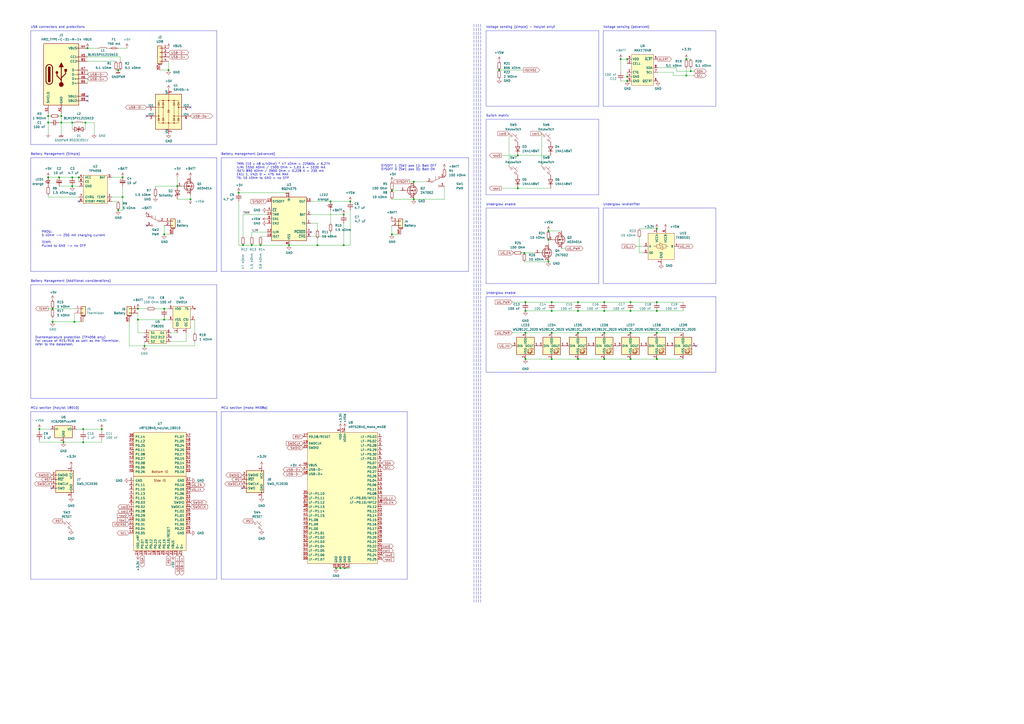
<source format=kicad_sch>
(kicad_sch (version 20211123) (generator eeschema)
  (paper "A2")
  (junction (at 35.56 67.31) (diameter 0.9144))
  (junction (at 68.58 121.92))
  (junction (at 80.01 179.07))
  (junction (at 41.91 71.12))
  (junction (at 194.945 329.565))
  (junction (at 43.18 186.69))
  (junction (at 381 175.26))
  (junction (at 140.97 142.24) (diameter 0.9144))
  (junction (at 381 132.715))
  (junction (at 167.64 142.24) (diameter 0.9144))
  (junction (at 27.94 71.12) (diameter 0.9144))
  (junction (at 365.76 175.26))
  (junction (at 203.2 116.84))
  (junction (at 350.52 208.28))
  (junction (at 304.165 146.685))
  (junction (at 400.685 41.275))
  (junction (at 97.79 40.64))
  (junction (at 197.485 329.565))
  (junction (at 363.855 44.45))
  (junction (at 34.29 102.87))
  (junction (at 36.83 256.54))
  (junction (at 80.01 185.42))
  (junction (at 335.28 193.04))
  (junction (at 304.8 208.28))
  (junction (at 41.91 102.87))
  (junction (at 102.87 107.95))
  (junction (at 27.94 67.31) (diameter 0.9144))
  (junction (at 318.135 139.065))
  (junction (at 350.52 175.26))
  (junction (at 360.045 34.29))
  (junction (at 95.25 135.89))
  (junction (at 320.04 180.34))
  (junction (at 35.56 71.12) (diameter 0.9144))
  (junction (at 199.39 142.24))
  (junction (at 191.77 116.84))
  (junction (at 227.33 110.49))
  (junction (at 95.25 185.42))
  (junction (at 151.13 142.24) (diameter 0.9144))
  (junction (at 83.82 200.66))
  (junction (at 320.04 208.28))
  (junction (at 320.04 175.26))
  (junction (at 71.12 102.87))
  (junction (at 50.8 27.94))
  (junction (at 240.03 115.57))
  (junction (at 30.48 186.69))
  (junction (at 146.05 142.24) (diameter 0.9144))
  (junction (at 398.145 34.29))
  (junction (at 335.28 208.28))
  (junction (at 45.72 102.87))
  (junction (at 48.26 256.54))
  (junction (at 30.48 179.07))
  (junction (at 184.15 142.24) (diameter 0.9144))
  (junction (at 95.25 179.07))
  (junction (at 350.52 180.34))
  (junction (at 381 208.28))
  (junction (at 363.855 46.99))
  (junction (at 289.56 40.64))
  (junction (at 240.03 105.41))
  (junction (at 27.94 102.87))
  (junction (at 335.28 175.26))
  (junction (at 365.76 208.28))
  (junction (at 300.355 90.17))
  (junction (at 365.76 180.34))
  (junction (at 48.26 248.92))
  (junction (at 68.58 40.64))
  (junction (at 49.53 71.12))
  (junction (at 227.33 135.89))
  (junction (at 22.86 248.92))
  (junction (at 300.355 109.22))
  (junction (at 138.43 111.76))
  (junction (at 59.055 248.92))
  (junction (at 71.12 114.3))
  (junction (at 350.52 193.04))
  (junction (at 398.145 43.815))
  (junction (at 41.91 107.95))
  (junction (at 381 180.34))
  (junction (at 304.8 193.04))
  (junction (at 199.39 124.46) (diameter 0.9144))
  (junction (at 335.28 180.34))
  (junction (at 304.8 175.26))
  (junction (at 304.8 180.34))
  (junction (at 318.135 133.985))
  (junction (at 381 193.04))
  (junction (at 110.49 115.57))
  (junction (at 363.855 34.29))
  (junction (at 318.135 151.765))
  (junction (at 365.76 193.04))
  (junction (at 200.025 329.565))
  (junction (at 320.04 193.04))
  (no_connect (at 85.09 130.81))
  (no_connect (at 45.72 116.84))
  (no_connect (at 50.8 58.42))
  (no_connect (at 83.82 195.58))
  (no_connect (at 99.06 195.58))
  (no_connect (at 50.8 55.88))
  (no_connect (at 403.86 200.66))
  (no_connect (at 180.34 134.62))
  (no_connect (at 29.845 283.21))
  (no_connect (at 140.335 283.21))
  (no_connect (at 85.09 67.31))
  (no_connect (at 110.49 62.23))
  (wire (pts (xy 71.12 107.95) (xy 71.12 114.3)))
  (wire (pts (xy 97.79 185.42) (xy 95.25 185.42)))
  (wire (pts (xy 304.8 175.26) (xy 320.04 175.26)))
  (polyline (pts (xy 281.94 164.465) (xy 347.345 164.465)) (stroke (width 0) (type solid)))
  (wire (pts (xy 102.87 115.57) (xy 110.49 115.57)))
  (wire (pts (xy 92.71 40.64) (xy 97.79 40.64)))
  (polyline (pts (xy 347.345 61.595) (xy 347.345 17.78)) (stroke (width 0) (type solid)))
  (wire (pts (xy 289.56 40.64) (xy 303.53 40.64)))
  (wire (pts (xy 381 180.34) (xy 396.24 180.34)))
  (wire (pts (xy 398.145 43.815) (xy 390.525 43.815)))
  (polyline (pts (xy 125.73 83.82) (xy 125.73 17.78)) (stroke (width 0) (type solid)))
  (polyline (pts (xy 349.885 120.65) (xy 349.885 164.465)) (stroke (width 0) (type solid)))
  (polyline (pts (xy 349.885 120.65) (xy 415.29 120.65)) (stroke (width 0) (type solid)))
  (wire (pts (xy 167.64 142.24) (xy 184.15 142.24)))
  (wire (pts (xy 48.26 71.12) (xy 49.53 71.12)))
  (polyline (pts (xy 17.78 335.915) (xy 17.78 238.76)) (stroke (width 0) (type solid)))
  (polyline (pts (xy 415.29 164.465) (xy 415.29 120.65)) (stroke (width 0) (type solid)))
  (wire (pts (xy 68.58 27.94) (xy 73.66 27.94)))
  (wire (pts (xy 365.76 175.26) (xy 381 175.26)))
  (wire (pts (xy 22.86 255.27) (xy 22.86 256.54)))
  (wire (pts (xy 110.49 115.57) (xy 110.49 113.03)))
  (wire (pts (xy 191.77 116.84) (xy 203.2 116.84)))
  (wire (pts (xy 390.525 41.91) (xy 381.635 41.91)))
  (wire (pts (xy 140.97 124.46) (xy 140.97 137.16)))
  (wire (pts (xy 304.165 146.685) (xy 310.515 146.685)))
  (wire (pts (xy 41.91 71.12) (xy 35.56 71.12)))
  (polyline (pts (xy 17.78 83.82) (xy 125.73 83.82)) (stroke (width 0) (type solid)))
  (polyline (pts (xy 281.94 113.03) (xy 347.345 113.03)) (stroke (width 0) (type solid)))
  (wire (pts (xy 335.28 193.04) (xy 350.52 193.04)))
  (wire (pts (xy 180.34 129.54) (xy 184.15 129.54)))
  (wire (pts (xy 30.48 184.15) (xy 30.48 186.69)))
  (wire (pts (xy 368.935 142.875) (xy 373.38 142.875)))
  (wire (pts (xy 227.33 110.49) (xy 232.41 110.49)))
  (polyline (pts (xy 281.94 17.78) (xy 347.345 17.78)) (stroke (width 0) (type solid)))
  (wire (pts (xy 95.25 130.81) (xy 95.25 135.89)))
  (wire (pts (xy 363.855 44.45) (xy 363.855 46.99)))
  (wire (pts (xy 184.15 133.35) (xy 184.15 129.54)))
  (wire (pts (xy 34.29 67.31) (xy 35.56 67.31)))
  (wire (pts (xy 140.97 142.24) (xy 146.05 142.24)))
  (wire (pts (xy 59.055 256.54) (xy 48.26 256.54)))
  (wire (pts (xy 304.8 208.28) (xy 320.04 208.28)))
  (wire (pts (xy 83.82 198.12) (xy 83.82 200.66)))
  (wire (pts (xy 64.77 116.84) (xy 68.58 116.84)))
  (wire (pts (xy 191.77 134.62) (xy 191.77 137.16)))
  (wire (pts (xy 146.05 134.62) (xy 154.94 134.62)))
  (wire (pts (xy 48.26 248.92) (xy 48.26 250.19)))
  (polyline (pts (xy 128.27 157.48) (xy 271.78 157.48)) (stroke (width 0) (type solid)))
  (wire (pts (xy 27.94 102.87) (xy 34.29 102.87)))
  (wire (pts (xy 69.85 35.56) (xy 69.85 33.02)))
  (wire (pts (xy 237.49 105.41) (xy 240.03 105.41)))
  (polyline (pts (xy 347.345 164.465) (xy 347.345 120.65)) (stroke (width 0) (type solid)))
  (wire (pts (xy 365.76 208.28) (xy 381 208.28)))
  (wire (pts (xy 68.58 40.64) (xy 69.85 40.64)))
  (wire (pts (xy 227.33 115.57) (xy 240.03 115.57)))
  (wire (pts (xy 363.855 41.91) (xy 363.855 44.45)))
  (wire (pts (xy 99.06 193.04) (xy 102.87 193.04)))
  (polyline (pts (xy 349.885 164.465) (xy 415.29 164.465)) (stroke (width 0) (type solid)))
  (wire (pts (xy 69.85 33.02) (xy 50.8 33.02)))
  (wire (pts (xy 45.72 102.87) (xy 45.72 105.41)))
  (wire (pts (xy 97.79 40.64) (xy 97.79 35.56)))
  (polyline (pts (xy 128.27 91.44) (xy 271.78 91.44)) (stroke (width 0) (type solid)))
  (wire (pts (xy 95.25 135.89) (xy 100.33 135.89)))
  (wire (pts (xy 43.18 71.12) (xy 41.91 71.12)))
  (wire (pts (xy 320.04 208.28) (xy 335.28 208.28)))
  (wire (pts (xy 50.8 45.72) (xy 50.8 48.26)))
  (polyline (pts (xy 17.78 165.1) (xy 17.78 231.14)) (stroke (width 0) (type solid)))
  (wire (pts (xy 304.8 180.34) (xy 320.04 180.34)))
  (wire (pts (xy 107.95 198.12) (xy 107.95 193.04)))
  (polyline (pts (xy 125.73 231.14) (xy 125.73 165.1)) (stroke (width 0) (type solid)))
  (wire (pts (xy 360.045 46.99) (xy 363.855 46.99)))
  (wire (pts (xy 62.23 27.94) (xy 63.5 27.94)))
  (wire (pts (xy 74.93 186.69) (xy 74.93 200.66)))
  (wire (pts (xy 80.01 185.42) (xy 95.25 185.42)))
  (polyline (pts (xy 281.94 215.9) (xy 415.29 215.9)) (stroke (width 0) (type solid)))
  (wire (pts (xy 22.86 248.92) (xy 22.86 250.19)))
  (wire (pts (xy 138.43 111.76) (xy 167.64 111.76)))
  (wire (pts (xy 335.28 180.34) (xy 350.52 180.34)))
  (wire (pts (xy 199.39 129.54) (xy 199.39 142.24)))
  (wire (pts (xy 30.48 186.69) (xy 43.18 186.69)))
  (wire (pts (xy 80.01 185.42) (xy 80.01 193.04)))
  (wire (pts (xy 350.52 180.34) (xy 365.76 180.34)))
  (wire (pts (xy 34.29 71.12) (xy 35.56 71.12)))
  (polyline (pts (xy 17.78 17.78) (xy 125.73 17.78)) (stroke (width 0) (type solid)))
  (polyline (pts (xy 17.78 231.14) (xy 125.73 231.14)) (stroke (width 0) (type solid)))
  (wire (pts (xy 325.755 144.145) (xy 328.295 144.145)))
  (polyline (pts (xy 349.885 61.595) (xy 415.29 61.595)) (stroke (width 0) (type solid)))
  (wire (pts (xy 151.13 137.16) (xy 154.94 137.16)))
  (wire (pts (xy 50.8 40.64) (xy 50.8 43.18)))
  (wire (pts (xy 140.97 124.46) (xy 154.94 124.46)))
  (wire (pts (xy 304.8 193.04) (xy 320.04 193.04)))
  (polyline (pts (xy 277.495 13.97) (xy 277.495 349.885)))
  (wire (pts (xy 27.94 113.03) (xy 27.94 114.3)))
  (wire (pts (xy 80.01 179.07) (xy 85.09 179.07)))
  (polyline (pts (xy 128.27 238.76) (xy 236.22 238.76)) (stroke (width 0) (type solid)))
  (wire (pts (xy 43.18 181.61) (xy 43.18 186.69)))
  (polyline (pts (xy 281.94 172.085) (xy 415.29 172.085)) (stroke (width 0) (type solid)))
  (wire (pts (xy 402.59 41.275) (xy 400.685 41.275)))
  (wire (pts (xy 360.045 34.29) (xy 360.045 41.91)))
  (wire (pts (xy 95.25 185.42) (xy 95.25 184.15)))
  (wire (pts (xy 370.84 146.685) (xy 373.38 146.685)))
  (wire (pts (xy 257.81 107.95) (xy 257.81 115.57)))
  (wire (pts (xy 257.81 115.57) (xy 240.03 115.57)))
  (wire (pts (xy 54.61 71.12) (xy 49.53 71.12)))
  (wire (pts (xy 360.045 34.29) (xy 363.855 34.29)))
  (wire (pts (xy 398.145 34.29) (xy 400.685 34.29)))
  (wire (pts (xy 22.86 256.54) (xy 36.83 256.54)))
  (wire (pts (xy 392.43 39.37) (xy 381.635 39.37)))
  (wire (pts (xy 27.94 71.12) (xy 27.94 77.47)))
  (polyline (pts (xy 125.73 238.76) (xy 125.73 335.915)) (stroke (width 0) (type solid)))
  (polyline (pts (xy 349.885 17.78) (xy 349.885 61.595)) (stroke (width 0) (type solid)))
  (wire (pts (xy 227.33 130.81) (xy 227.33 135.89)))
  (polyline (pts (xy 281.94 17.78) (xy 281.94 61.595)) (stroke (width 0) (type solid)))
  (wire (pts (xy 180.34 124.46) (xy 199.39 124.46)))
  (polyline (pts (xy 349.885 17.78) (xy 415.29 17.78)) (stroke (width 0) (type solid)))
  (polyline (pts (xy 415.29 215.9) (xy 415.29 172.085)) (stroke (width 0) (type solid)))
  (wire (pts (xy 22.86 248.92) (xy 29.21 248.92)))
  (wire (pts (xy 400.685 41.275) (xy 392.43 41.275)))
  (wire (pts (xy 27.94 114.3) (xy 45.72 114.3)))
  (wire (pts (xy 320.04 175.26) (xy 335.28 175.26)))
  (wire (pts (xy 49.53 71.12) (xy 49.53 74.93)))
  (wire (pts (xy 365.76 193.04) (xy 381 193.04)))
  (wire (pts (xy 27.94 179.07) (xy 30.48 179.07)))
  (wire (pts (xy 138.43 142.24) (xy 140.97 142.24)))
  (wire (pts (xy 335.28 175.26) (xy 350.52 175.26)))
  (wire (pts (xy 71.12 114.3) (xy 71.12 121.92)))
  (wire (pts (xy 67.31 40.64) (xy 68.58 40.64)))
  (polyline (pts (xy 17.78 91.44) (xy 17.78 157.48)) (stroke (width 0) (type solid)))
  (wire (pts (xy 50.8 27.94) (xy 57.15 27.94)))
  (wire (pts (xy 350.52 208.28) (xy 365.76 208.28)))
  (polyline (pts (xy 17.78 157.48) (xy 125.73 157.48)) (stroke (width 0) (type solid)))
  (wire (pts (xy 48.26 255.27) (xy 48.26 256.54)))
  (wire (pts (xy 320.04 180.34) (xy 335.28 180.34)))
  (wire (pts (xy 314.325 77.47) (xy 314.325 96.52)))
  (polyline (pts (xy 415.29 61.595) (xy 415.29 17.78)) (stroke (width 0) (type solid)))
  (wire (pts (xy 390.525 43.815) (xy 390.525 41.91)))
  (wire (pts (xy 370.84 137.795) (xy 370.84 146.685)))
  (wire (pts (xy 64.77 114.3) (xy 71.12 114.3)))
  (wire (pts (xy 197.485 329.565) (xy 200.025 329.565)))
  (wire (pts (xy 350.52 193.04) (xy 365.76 193.04)))
  (wire (pts (xy 59.055 248.92) (xy 59.055 250.19)))
  (wire (pts (xy 180.34 137.16) (xy 191.77 137.16)))
  (polyline (pts (xy 281.94 61.595) (xy 347.345 61.595)) (stroke (width 0) (type solid)))
  (wire (pts (xy 227.33 135.89) (xy 232.41 135.89)))
  (wire (pts (xy 44.45 248.92) (xy 48.26 248.92)))
  (wire (pts (xy 80.01 193.04) (xy 83.82 193.04)))
  (wire (pts (xy 138.43 116.84) (xy 138.43 142.24)))
  (wire (pts (xy 398.145 39.37) (xy 398.145 43.815)))
  (wire (pts (xy 184.15 138.43) (xy 184.15 142.24)))
  (polyline (pts (xy 125.73 335.915) (xy 17.78 335.915)) (stroke (width 0) (type solid)))
  (wire (pts (xy 320.04 193.04) (xy 335.28 193.04)))
  (wire (pts (xy 27.94 67.31) (xy 27.94 71.12)))
  (wire (pts (xy 35.56 71.12) (xy 35.56 77.47)))
  (polyline (pts (xy 271.78 157.48) (xy 271.78 91.44)) (stroke (width 0) (type solid)))
  (polyline (pts (xy 278.765 13.97) (xy 278.765 349.885)))
  (wire (pts (xy 50.8 35.56) (xy 67.31 35.56)))
  (polyline (pts (xy 281.94 69.215) (xy 347.345 69.215)) (stroke (width 0) (type solid)))
  (wire (pts (xy 381 208.28) (xy 396.24 208.28)))
  (wire (pts (xy 36.83 256.54) (xy 48.26 256.54)))
  (wire (pts (xy 304.165 151.765) (xy 318.135 151.765)))
  (wire (pts (xy 203.2 142.24) (xy 199.39 142.24)))
  (wire (pts (xy 34.29 102.87) (xy 41.91 102.87)))
  (wire (pts (xy 300.355 90.17) (xy 319.405 90.17)))
  (wire (pts (xy 95.25 179.07) (xy 97.79 179.07)))
  (wire (pts (xy 290.83 90.17) (xy 300.355 90.17)))
  (wire (pts (xy 29.21 71.12) (xy 27.94 71.12)))
  (wire (pts (xy 335.28 208.28) (xy 350.52 208.28)))
  (polyline (pts (xy 236.22 335.915) (xy 128.27 335.915)) (stroke (width 0) (type solid)))
  (polyline (pts (xy 274.955 13.97) (xy 274.955 349.885)))
  (wire (pts (xy 90.17 107.95) (xy 102.87 107.95)))
  (wire (pts (xy 146.05 142.24) (xy 151.13 142.24)))
  (wire (pts (xy 194.945 329.565) (xy 197.485 329.565)))
  (wire (pts (xy 80.01 181.61) (xy 80.01 185.42)))
  (wire (pts (xy 34.29 107.95) (xy 41.91 107.95)))
  (polyline (pts (xy 236.22 238.76) (xy 236.22 335.915)) (stroke (width 0) (type solid)))
  (wire (pts (xy 290.83 109.22) (xy 300.355 109.22)))
  (wire (pts (xy 381 193.04) (xy 396.24 193.04)))
  (wire (pts (xy 90.17 179.07) (xy 95.25 179.07)))
  (wire (pts (xy 200.025 329.565) (xy 202.565 329.565)))
  (wire (pts (xy 381 175.26) (xy 396.24 175.26)))
  (wire (pts (xy 74.93 200.66) (xy 83.82 200.66)))
  (wire (pts (xy 370.84 132.715) (xy 381 132.715)))
  (wire (pts (xy 35.56 67.31) (xy 35.56 71.12)))
  (polyline (pts (xy 281.94 120.65) (xy 347.345 120.65)) (stroke (width 0) (type solid)))
  (polyline (pts (xy 17.78 17.78) (xy 17.78 83.82)) (stroke (width 0) (type solid)))
  (wire (pts (xy 83.82 200.66) (xy 113.03 200.66)))
  (wire (pts (xy 30.48 179.07) (xy 43.18 179.07)))
  (wire (pts (xy 43.18 186.69) (xy 48.26 186.69)))
  (wire (pts (xy 184.15 142.24) (xy 199.39 142.24)))
  (wire (pts (xy 41.91 71.12) (xy 41.91 74.93)))
  (wire (pts (xy 191.77 121.92) (xy 191.77 129.54)))
  (polyline (pts (xy 281.94 172.085) (xy 281.94 215.9)) (stroke (width 0) (type solid)))
  (polyline (pts (xy 17.78 165.1) (xy 125.73 165.1)) (stroke (width 0) (type solid)))
  (wire (pts (xy 151.13 142.24) (xy 167.64 142.24)))
  (polyline (pts (xy 128.27 335.915) (xy 128.27 238.76)) (stroke (width 0) (type solid)))
  (wire (pts (xy 297.18 175.26) (xy 304.8 175.26)))
  (wire (pts (xy 102.87 102.87) (xy 102.87 107.95)))
  (wire (pts (xy 71.12 121.92) (xy 68.58 121.92)))
  (wire (pts (xy 240.03 105.41) (xy 247.65 105.41)))
  (wire (pts (xy 203.2 121.92) (xy 203.2 142.24)))
  (wire (pts (xy 318.135 133.985) (xy 325.755 133.985)))
  (wire (pts (xy 64.77 102.87) (xy 71.12 102.87)))
  (wire (pts (xy 48.26 248.92) (xy 59.055 248.92)))
  (polyline (pts (xy 281.94 120.65) (xy 281.94 164.465)) (stroke (width 0) (type solid)))
  (wire (pts (xy 41.91 102.87) (xy 45.72 102.87)))
  (wire (pts (xy 300.355 109.22) (xy 319.405 109.22)))
  (polyline (pts (xy 281.94 69.215) (xy 281.94 113.03)) (stroke (width 0) (type solid)))
  (wire (pts (xy 180.34 116.84) (xy 191.77 116.84)))
  (polyline (pts (xy 17.78 238.76) (xy 125.73 238.76)) (stroke (width 0) (type solid)))
  (wire (pts (xy 146.05 134.62) (xy 146.05 137.16)))
  (wire (pts (xy 392.43 41.275) (xy 392.43 39.37)))
  (wire (pts (xy 400.685 39.37) (xy 400.685 41.275)))
  (wire (pts (xy 113.03 200.66) (xy 113.03 198.12)))
  (polyline (pts (xy 125.73 157.48) (xy 125.73 91.44)) (stroke (width 0) (type solid)))
  (polyline (pts (xy 347.345 113.03) (xy 347.345 69.215)) (stroke (width 0) (type solid)))
  (wire (pts (xy 295.275 77.47) (xy 295.275 96.52)))
  (wire (pts (xy 297.18 193.04) (xy 304.8 193.04)))
  (wire (pts (xy 402.59 43.815) (xy 398.145 43.815)))
  (wire (pts (xy 59.055 255.27) (xy 59.055 256.54)))
  (polyline (pts (xy 17.78 91.44) (xy 125.73 91.44)) (stroke (width 0) (type solid)))
  (wire (pts (xy 54.61 77.47) (xy 54.61 71.12)))
  (wire (pts (xy 27.94 66.04) (xy 27.94 67.31)))
  (polyline (pts (xy 128.27 91.44) (xy 128.27 157.48)) (stroke (width 0) (type solid)))
  (wire (pts (xy 318.135 139.065) (xy 318.135 141.605)))
  (wire (pts (xy 363.855 34.29) (xy 363.855 36.83)))
  (wire (pts (xy 350.52 175.26) (xy 365.76 175.26)))
  (wire (pts (xy 35.56 66.04) (xy 35.56 67.31)))
  (wire (pts (xy 99.06 198.12) (xy 107.95 198.12)))
  (wire (pts (xy 365.76 180.34) (xy 381 180.34)))
  (wire (pts (xy 29.21 67.31) (xy 27.94 67.31)))
  (wire (pts (xy 41.91 107.95) (xy 45.72 107.95)))
  (polyline (pts (xy 276.225 13.97) (xy 276.225 349.885)))
  (wire (pts (xy 90.17 109.22) (xy 90.17 107.95)))
  (wire (pts (xy 113.03 185.42) (xy 113.03 193.04)))
  (wire (pts (xy 302.895 146.685) (xy 304.165 146.685)))
  (text "TMR: (10 x 48 s/kOhm) * 47 kOhm = 22560s = 6.27h\nILIM: 1550 AOhm / 1500 Ohm = 1.03 A = 1030 mA\nISET: 890 AOhm / 3900 Ohm = 0.228 A = 230 mA\nEN1: 1, EN2: 0 = 475 mA MAX\nTS: 10 kOhm to GND = no OTP" (at 137.16 104.14 0) (effects (font (size 1.27 1.27)) (justify left bottom)))
  (text "Switch matrix" (at 281.94 67.945 0) (effects (font (size 1.27 1.27)) (justify left bottom)))
  (text "USB connectors and protections" (at 17.78 16.51 0) (effects (font (size 1.27 1.27)) (justify left bottom)))
  (text "Underglow levelshifter" (at 349.885 119.38 0) (effects (font (size 1.27 1.27)) (justify left bottom)))
  (text "Voltage sensing (simple) - Holyiot only!" (at 281.94 16.51 0) (effects (font (size 1.27 1.27)) (justify left bottom)))
  (text "Battery Management (Simple)" (at 17.78 90.17 0) (effects (font (size 1.27 1.27)) (justify left bottom)))
  (text "PROG:\n5 kOhm -> 250 mA charging current\n\nTEMP:\nPulled to GND -> no OTP" (at 24.13 143.51 0) (effects (font (size 1.27 1.27)) (justify left bottom)))
  (text "Underglow enable" (at 281.94 170.815 0) (effects (font (size 1.27 1.27)) (justify left bottom)))
  (text "Battery management (advanced)" (at 128.27 90.17 0) (effects (font (size 1.27 1.27)) (justify left bottom)))
  (text "Overtemperature protection (TP4056 only)\nFor values of R15/R16 as well as the Thermistor, \nrefer to the datasheet." (at 20.32 200.66 0) (effects (font (size 1.27 1.27)) (justify left bottom)))
  (text "MCU section (holyiot 18010)" (at 17.78 237.49 0) (effects (font (size 1.27 1.27)) (justify left bottom)))
  (text "Battery Management (Additional considerations)" (at 17.78 163.83 0) (effects (font (size 1.27 1.27)) (justify left bottom)))
  (text "SYSOFF 1 (SW1 pos 1): Batt OFF\nSYSOFF 0 (SW1 pos 3): Batt ON" (at 220.98 99.06 0) (effects (font (size 1.27 1.27)) (justify left bottom)))
  (text "MCU section (moko MK08a)" (at 128.27 237.49 0) (effects (font (size 1.27 1.27)) (justify left bottom)))
  (text "Underglow enable" (at 281.94 119.38 0) (effects (font (size 1.27 1.27)) (justify left bottom)))
  (text "Voltage sensing (advanced)" (at 349.885 16.51 0) (effects (font (size 1.27 1.27)) (justify left bottom)))
  (label "TMR" (at 140.97 124.46 0))
  (label "ILIM" (at 146.05 134.62 0))
  (global_label "UG_PWR" (shape output) (at 328.295 144.145 0) (property "Intersheet References" "${INTERSHEET_REFS}" (effects hide)))
  (global_label "RST" (shape output) (at 140.335 278.13 180) (property "Intersheet References" "${INTERSHEET_REFS}" (effects hide)))
  (global_label "USB-D+" (shape bidirectional) (at 97.79 33.02 0) (property "Intersheet References" "${INTERSHEET_REFS}" (effects hide)))
  (global_label "RST" (shape output) (at 146.685 302.26 180) (property "Intersheet References" "${INTERSHEET_REFS}" (effects hide)))
  (global_label "SWDCLK" (shape input) (at 175.895 257.175 180) (property "Intersheet References" "${INTERSHEET_REFS}" (effects hide)))
  (global_label "SWDIO" (shape bidirectional) (at 29.845 275.59 180) (property "Intersheet References" "${INTERSHEET_REFS}" (effects hide)))
  (global_label "row1" (shape input) (at 74.93 301.625 180) (property "Intersheet References" "${INTERSHEET_REFS}" (effects hide)))
  (global_label "col1" (shape input) (at 314.325 77.47 180) (property "Intersheet References" "${INTERSHEET_REFS}" (effects hide)))
  (global_label "USB-D+" (shape bidirectional) (at 105.41 321.945 270) (property "Intersheet References" "${INTERSHEET_REFS}" (effects hide)))
  (global_label "SWDCLK" (shape output) (at 140.335 280.67 180) (property "Intersheet References" "${INTERSHEET_REFS}" (effects hide)))
  (global_label "UG_EN" (shape input) (at 297.815 146.685 180) (property "Intersheet References" "${INTERSHEET_REFS}" (effects hide)))
  (global_label "USB-Di-" (shape bidirectional) (at 85.09 62.23 180) (property "Intersheet References" "${INTERSHEET_REFS}" (effects hide)))
  (global_label "USB-D-" (shape bidirectional) (at 102.87 321.945 270) (property "Intersheet References" "${INTERSHEET_REFS}" (effects hide)))
  (global_label "SWDCLK" (shape output) (at 29.845 280.67 180) (property "Intersheet References" "${INTERSHEET_REFS}" (effects hide)))
  (global_label "UG_LV" (shape output) (at 110.49 283.845 0) (property "Intersheet References" "${INTERSHEET_REFS}" (effects hide)))
  (global_label "TEMP" (shape output) (at 27.94 179.07 180) (property "Intersheet References" "${INTERSHEET_REFS}" (effects hide)))
  (global_label "col1" (shape output) (at 221.615 319.405 0) (property "Intersheet References" "${INTERSHEET_REFS}" (effects hide)))
  (global_label "USB-Do-" (shape bidirectional) (at 110.49 67.31 0) (property "Intersheet References" "${INTERSHEET_REFS}" (effects hide)))
  (global_label "SYSOFF" (shape output) (at 237.49 105.41 180) (property "Intersheet References" "${INTERSHEET_REFS}" (effects hide)))
  (global_label "SDA" (shape bidirectional) (at 402.59 41.275 0) (property "Intersheet References" "${INTERSHEET_REFS}" (effects hide)))
  (global_label "RST" (shape input) (at 97.79 321.945 270) (property "Intersheet References" "${INTERSHEET_REFS}" (effects hide)))
  (global_label "col1" (shape output) (at 74.93 296.545 180) (property "Intersheet References" "${INTERSHEET_REFS}" (effects hide)))
  (global_label "VSENSE" (shape input) (at 74.93 304.165 180) (property "Intersheet References" "${INTERSHEET_REFS}" (effects hide)))
  (global_label "col0" (shape output) (at 221.615 316.865 0) (property "Intersheet References" "${INTERSHEET_REFS}" (effects hide)))
  (global_label "UG_LV" (shape output) (at 221.615 288.925 0) (property "Intersheet References" "${INTERSHEET_REFS}" (effects hide)))
  (global_label "row1" (shape input) (at 221.615 324.485 0) (property "Intersheet References" "${INTERSHEET_REFS}" (effects hide)))
  (global_label "row0" (shape output) (at 290.83 90.17 180) (property "Intersheet References" "${INTERSHEET_REFS}" (effects hide)))
  (global_label "SDA" (shape bidirectional) (at 221.615 268.605 0) (property "Intersheet References" "${INTERSHEET_REFS}" (effects hide)))
  (global_label "SWDIO" (shape bidirectional) (at 175.895 259.715 180) (property "Intersheet References" "${INTERSHEET_REFS}" (effects hide)))
  (global_label "UG_PWR" (shape input) (at 297.18 175.26 180) (property "Intersheet References" "${INTERSHEET_REFS}" (effects hide)))
  (global_label "RST" (shape output) (at 29.845 278.13 180) (property "Intersheet References" "${INTERSHEET_REFS}" (effects hide)))
  (global_label "SCL" (shape bidirectional) (at 74.93 309.245 180) (property "Intersheet References" "${INTERSHEET_REFS}" (effects hide)))
  (global_label "row0" (shape input) (at 221.615 321.945 0) (property "Intersheet References" "${INTERSHEET_REFS}" (effects hide)))
  (global_label "row0" (shape input) (at 74.93 299.085 180) (property "Intersheet References" "${INTERSHEET_REFS}" (effects hide)))
  (global_label "USB-D+" (shape bidirectional) (at 50.8 45.72 0) (property "Intersheet References" "${INTERSHEET_REFS}" (effects hide)))
  (global_label "SDA" (shape bidirectional) (at 82.55 321.945 270) (property "Intersheet References" "${INTERSHEET_REFS}" (effects hide)))
  (global_label "USB-D-" (shape bidirectional) (at 50.8 43.18 0) (property "Intersheet References" "${INTERSHEET_REFS}" (effects hide)))
  (global_label "SCL" (shape bidirectional) (at 221.615 271.145 0) (property "Intersheet References" "${INTERSHEET_REFS}" (effects hide)))
  (global_label "SCL" (shape bidirectional) (at 402.59 43.815 0) (property "Intersheet References" "${INTERSHEET_REFS}" (effects hide)))
  (global_label "USB-D+" (shape bidirectional) (at 175.895 272.415 180) (property "Intersheet References" "${INTERSHEET_REFS}" (effects hide)))
  (global_label "UG_EN" (shape output) (at 221.615 291.465 0) (property "Intersheet References" "${INTERSHEET_REFS}" (effects hide)))
  (global_label "VSENSE" (shape output) (at 303.53 40.64 0) (property "Intersheet References" "${INTERSHEET_REFS}" (effects hide)))
  (global_label "UG_LV" (shape input) (at 368.935 142.875 180) (property "Intersheet References" "${INTERSHEET_REFS}" (effects hide)))
  (global_label "row1" (shape output) (at 290.83 109.22 180) (property "Intersheet References" "${INTERSHEET_REFS}" (effects hide)))
  (global_label "ALERT" (shape output) (at 381.635 34.29 0) (property "Intersheet References" "${INTERSHEET_REFS}" (effects hide)))
  (global_label "USB-D-" (shape bidirectional) (at 175.895 274.955 180) (property "Intersheet References" "${INTERSHEET_REFS}" (effects hide)))
  (global_label "RST" (shape output) (at 36.195 302.26 180) (property "Intersheet References" "${INTERSHEET_REFS}" (effects hide)))
  (global_label "SWDCLK" (shape input) (at 110.49 294.005 0) (property "Intersheet References" "${INTERSHEET_REFS}" (effects hide)))
  (global_label "UG_EN" (shape output) (at 110.49 281.305 0) (property "Intersheet References" "${INTERSHEET_REFS}" (effects hide)))
  (global_label "UG_PWR" (shape input) (at 297.18 193.04 180) (property "Intersheet References" "${INTERSHEET_REFS}" (effects hide)))
  (global_label "col0" (shape output) (at 74.93 294.005 180) (property "Intersheet References" "${INTERSHEET_REFS}" (effects hide)))
  (global_label "SWDIO" (shape bidirectional) (at 110.49 291.465 0) (property "Intersheet References" "${INTERSHEET_REFS}" (effects hide)))
  (global_label "SWDIO" (shape bidirectional) (at 140.335 275.59 180) (property "Intersheet References" "${INTERSHEET_REFS}" (effects hide)))
  (global_label "col0" (shape input) (at 295.275 77.47 180) (property "Intersheet References" "${INTERSHEET_REFS}" (effects hide)))
  (global_label "SYSOFF" (shape input) (at 154.94 116.84 180) (property "Intersheet References" "${INTERSHEET_REFS}" (effects hide)))
  (global_label "UG_HV" (shape output) (at 393.7 142.875 0) (property "Intersheet References" "${INTERSHEET_REFS}" (effects hide)))
  (global_label "USB-D-" (shape bidirectional) (at 97.79 30.48 0) (property "Intersheet References" "${INTERSHEET_REFS}" (effects hide)))
  (global_label "RST" (shape input) (at 175.895 253.365 180) (property "Intersheet References" "${INTERSHEET_REFS}" (effects hide)))
  (global_label "UG_HV" (shape input) (at 297.18 200.66 180) (property "Intersheet References" "${INTERSHEET_REFS}" (effects hide)))
  (symbol (lib_id "power:GND") (at 304.8 208.28 0) (unit 1)
    (property "Reference" "#PWR067" (effects hide))
    (property "Value" "GND" (at 304.8 213.995 0))
  )
  (symbol (lib_id "marbastlib-various:WS2812_2020") (at 320.04 200.66 0) (unit 1)
    (property "Reference" "LED4" (at 320.04 188.595 0))
    (property "Value" "WS2812C_2020" (at 320.04 191.135 0))
    (property "Footprint" "marbastlib-various:LED_WS2812_2020" (effects hide))
    (property "Datasheet" "https://www.world-semi.com/DownLoadFile/139" (effects hide))
  )
  (symbol (lib_id "Device:C_Small") (at 22.86 252.73 0) (unit 1)
    (property "Reference" "C9" (at 25.1968 251.5616 0) (effects (justify left)))
    (property "Value" "1 uF" (at 25.1968 253.873 0) (effects (justify left)))
    (property "Footprint" "Capacitor_SMD:C_0402_1005Metric" (effects hide))
    (property "Notes" "X7R, 10%" (effects hide))
  )
  (symbol (lib_id "power:GND") (at 74.93 278.765 270) (mirror x) (unit 1)
    (property "Reference" "#PWR045" (effects hide))
    (property "Value" "GND" (at 71.12 278.7649 90) (effects (justify right)))
  )
  (symbol (lib_id "power:GND") (at 36.83 256.54 0) (mirror y) (unit 1)
    (property "Reference" "#PWR041" (effects hide))
    (property "Value" "GND" (at 36.83 261.62 0))
  )
  (symbol (lib_id "power:+3.3V") (at 381 132.715 0) (unit 1)
    (property "Reference" "#PWR061" (effects hide))
    (property "Value" "+3.3V" (at 376.555 131.445 0))
  )
  (symbol (lib_id "power:GND") (at 154.94 121.92 270) (unit 1)
    (property "Reference" "#PWR024" (effects hide))
    (property "Value" "GND" (at 151.13 121.9199 90) (effects (justify right)))
  )
  (symbol (lib_id "power:+5V") (at 73.66 27.94 0) (unit 1)
    (property "Reference" "#PWR02" (effects hide))
    (property "Value" "+5V" (at 73.66 22.86 0))
  )
  (symbol (lib_id "marbastlib-various:WS2812_2020") (at 365.76 200.66 0) (unit 1)
    (property "Reference" "LED7" (at 365.76 188.595 0))
    (property "Value" "WS2812C_2020" (at 365.76 191.135 0))
    (property "Footprint" "marbastlib-various:LED_WS2812_2020" (effects hide))
    (property "Datasheet" "https://www.world-semi.com/DownLoadFile/139" (effects hide))
  )
  (symbol (lib_id "Device:R_Small") (at 146.05 139.7 0) (unit 1)
    (property "Reference" "R13" (at 144.78 144.7799 0) (effects (justify left)))
    (property "Value" "1.5 kOhm" (at 146.05 156.2099 90) (effects (justify left)))
    (property "Footprint" "Resistor_SMD:R_0402_1005Metric" (effects hide))
  )
  (symbol (lib_id "Switch:SW_Push_45deg") (at 38.735 304.8 0) (unit 1)
    (property "Reference" "SW3" (at 38.735 297.18 0))
    (property "Value" "RESET" (at 38.735 299.72 0))
  )
  (symbol (lib_id "power:GND") (at 318.135 151.765 0) (unit 1)
    (property "Reference" "#PWR064" (effects hide))
    (property "Value" "GND" (at 320.675 152.8444 0) (effects (justify left)))
  )
  (symbol (lib_id "power:+5V") (at 138.43 111.76 0) (unit 1)
    (property "Reference" "#PWR018" (effects hide))
    (property "Value" "+5V" (at 138.811 107.3658 0))
  )
  (symbol (lib_id "marbastlib-various:JTAG_TC2030") (at 36.195 280.67 0) (unit 1)
    (property "Reference" "J7" (at 44.45 278.1299 0) (effects (justify left)))
    (property "Value" "SWD_TC2030" (at 44.45 280.6699 0) (effects (justify left)))
    (property "Footprint" "marbastlib-various:CON_TC2030_outlined" (effects hide))
    (property "Datasheet" " ~" (effects hide))
  )
  (symbol (lib_id "power:+BATT") (at 257.81 97.79 0) (unit 1)
    (property "Reference" "#PWR011" (effects hide))
    (property "Value" "+BATT" (at 260.35 96.5199 0) (effects (justify left)))
  )
  (symbol (lib_id "Device:R_Small") (at 304.165 149.225 0) (unit 1)
    (property "Reference" "R26" (at 306.705 147.9549 0) (effects (justify left)))
    (property "Value" "10 kOhm" (at 306.705 150.4949 0) (effects (justify left)))
    (property "Footprint" "Resistor_SMD:R_0402_1005Metric" (effects hide))
  )
  (symbol (lib_id "power:GND") (at 383.54 153.035 0) (unit 1)
    (property "Reference" "#PWR065" (effects hide))
    (property "Value" "GND" (at 386.08 154.1144 0) (effects (justify left)))
  )
  (symbol (lib_id "marbastlib-various:JTAG_TC2030") (at 146.685 280.67 0) (unit 1)
    (property "Reference" "J8" (at 154.94 278.1299 0) (effects (justify left)))
    (property "Value" "SWD_TC2030" (at 154.94 280.6699 0) (effects (justify left)))
    (property "Footprint" "marbastlib-various:CON_TC2030_outlined" (effects hide))
    (property "Datasheet" " ~" (effects hide))
  )
  (symbol (lib_id "Device:C_Small") (at 396.24 177.8 180) (unit 1)
    (property "Reference" "C19" (at 393.065 176.5235 0) (effects (justify left)))
    (property "Value" "100 nF" (at 393.065 179.0635 0) (effects (justify left)))
    (property "Footprint" "Capacitor_SMD:C_0402_1005Metric" (effects hide))
    (property "LCSC" "C52923" (effects hide))
    (property "Notes" "X7R, 10%" (effects hide))
  )
  (symbol (lib_id "power:+3.3V") (at 80.01 321.945 180) (unit 1)
    (property "Reference" "#PWR052" (effects hide))
    (property "Value" "+3.3V" (at 80.01 328.295 90))
  )
  (symbol (lib_id "power:GND") (at 90.17 114.3 0) (unit 1)
    (property "Reference" "#PWR019" (effects hide))
    (property "Value" "GND" (at 87.63 115.5699 0) (effects (justify right)))
  )
  (symbol (lib_id "power:GND") (at 83.82 200.66 0) (mirror y) (unit 1)
    (property "Reference" "#PWR036" (effects hide))
    (property "Value" "GND" (at 83.693 205.0542 0))
  )
  (symbol (lib_id "Device:C_Small") (at 350.52 177.8 180) (unit 1)
    (property "Reference" "C16" (at 347.345 176.5235 0) (effects (justify left)))
    (property "Value" "100 nF" (at 347.345 179.0635 0) (effects (justify left)))
    (property "Footprint" "Capacitor_SMD:C_0402_1005Metric" (effects hide))
    (property "LCSC" "C52923" (effects hide))
    (property "Notes" "X7R, 10%" (effects hide))
  )
  (symbol (lib_id "power:VBUS") (at 97.79 27.94 0) (unit 1)
    (property "Reference" "#PWR03" (effects hide))
    (property "Value" "VBUS" (at 100.33 26.6699 0) (effects (justify left)))
  )
  (symbol (lib_id "Device:L_Small") (at 59.69 27.94 90) (unit 1)
    (property "Reference" "L1" (at 59.69 29.21 90))
    (property "Value" "BLM15PX121SN1D" (at 59.69 31.75 90))
    (property "Footprint" "Inductor_SMD:L_0402_1005Metric" (effects hide))
  )
  (symbol (lib_id "Connector:USB_C_Receptacle_USB2.0") (at 35.56 43.18 0) (unit 1)
    (property "Reference" "J1" (at 35.56 20.32 0))
    (property "Value" "HRO_TYPE-C-31-M-14" (at 35.56 22.86 0))
    (property "Footprint" "Connector_USB:USB_C_Receptacle_HRO_TYPE-C-31-M-12" (effects hide))
    (property "Datasheet" "https://www.usb.org/sites/default/files/documents/usb_type-c.zip" (effects hide))
  )
  (symbol (lib_id "Transistor_FET:2N7002") (at 315.595 146.685 0) (unit 1)
    (property "Reference" "Q4" (at 321.945 145.4149 0) (effects (justify left)))
    (property "Value" "2N7002" (at 321.945 147.9549 0) (effects (justify left)))
    (property "Footprint" "Package_TO_SOT_SMD:SOT-23" (effects hide))
    (property "Datasheet" "https://www.onsemi.com/pub/Collateral/NDS7002A-D.PDF" (effects hide))
  )
  (symbol (lib_id "power:GND") (at 41.275 307.34 0) (mirror y) (unit 1)
    (property "Reference" "#PWR049" (effects hide))
    (property "Value" "GND" (at 41.275 312.42 0))
  )
  (symbol (lib_id "power:+VSW") (at 200.025 248.285 0) (unit 1)
    (property "Reference" "#PWR038" (effects hide))
    (property "Value" "+VSW" (at 200.025 242.57 90))
  )
  (symbol (lib_id "Switch:SW_Push_45deg") (at 297.815 80.01 0) (unit 1)
    (property "Reference" "SW5" (at 297.815 72.39 0))
    (property "Value" "Keyswitch" (at 297.815 74.93 0))
  )
  (symbol (lib_id "Device:L_Small") (at 45.72 71.12 90) (unit 1)
    (property "Reference" "L2" (at 45.72 66.04 90))
    (property "Value" "BLM15PX121SN1D" (at 45.72 68.58 90))
    (property "Footprint" "Inductor_SMD:L_0402_1005Metric" (effects hide))
  )
  (symbol (lib_id "Device:R_Small") (at 140.97 139.7 0) (unit 1)
    (property "Reference" "R12" (at 139.7 144.78 0) (effects (justify left)))
    (property "Value" "47 kOhm" (at 140.97 156.21 90) (effects (justify left)))
    (property "Footprint" "Resistor_SMD:R_0402_1005Metric" (effects hide))
  )
  (symbol (lib_id "power:+BATT") (at 85.09 125.73 0) (unit 1)
    (property "Reference" "#PWR026" (effects hide))
    (property "Value" "+BATT" (at 85.09 120.65 0))
  )
  (symbol (lib_id "Battery_Management:BQ24075RGT") (at 167.64 127 0) (unit 1)
    (property "Reference" "U3" (at 167.64 107.1626 0))
    (property "Value" "BQ24075" (at 167.64 109.474 0))
    (property "Footprint" "Package_DFN_QFN:VQFN-16-1EP_3x3mm_P0.5mm_EP1.6x1.6mm" (effects hide))
    (property "Datasheet" "http://www.ti.com/lit/ds/symlink/bq24075.pdf" (effects hide))
  )
  (symbol (lib_id "Connector_Generic_MountingPin:Conn_01x02_MountingPin") (at 100.33 128.27 0) (unit 1)
    (property "Reference" "J3" (at 102.362 128.4732 0) (effects (justify left)))
    (property "Value" "Battery" (at 102.362 130.7846 0) (effects (justify left)))
    (property "Footprint" "Connector_JST:JST_PH_S2B-PH-K_1x02_P2.00mm_Horizontal" (effects hide))
  )
  (symbol (lib_id "power:+5V") (at 100.33 321.945 180) (unit 1)
    (property "Reference" "#PWR053" (effects hide))
    (property "Value" "+5V" (at 100.33 327.66 90))
  )
  (symbol (lib_id "Diode:1N4148WT") (at 300.355 105.41 90) (unit 1)
    (property "Reference" "D5" (at 302.895 104.1399 90) (effects (justify right)))
    (property "Value" "1N4148WT" (at 302.895 106.6799 90) (effects (justify right)))
    (property "Footprint" "Diode_SMD:D_SOD-523" (effects hide))
    (property "Datasheet" "https://www.diodes.com/assets/Datasheets/ds30396.pdf" (effects hide))
  )
  (symbol (lib_id "Transistor_FET:AO3401A") (at 323.215 139.065 0) (mirror x) (unit 1)
    (property "Reference" "Q3" (at 328.93 137.7949 0) (effects (justify left)))
    (property "Value" "AO3401A" (at 328.93 140.3349 0) (effects (justify left)))
    (property "Footprint" "Package_TO_SOT_SMD:SOT-23" (effects hide))
    (property "Datasheet" "http://www.aosmd.com/pdfs/datasheet/AO3401A.pdf" (effects hide))
  )
  (symbol (lib_id "power:VBUS") (at 50.8 27.94 0) (unit 1)
    (property "Reference" "#PWR01" (effects hide))
    (property "Value" "VBUS" (at 50.8 22.86 0))
  )
  (symbol (lib_id "power:+3.3V") (at 398.145 34.29 0) (unit 1)
    (property "Reference" "#PWR056" (effects hide))
    (property "Value" "+3.3V" (at 398.145 28.575 0))
  )
  (symbol (lib_id "marbastlib-various:nRF52840_holyiot_18010") (at 92.71 285.115 0) (unit 1)
    (property "Reference" "U7" (at 92.71 245.745 0))
    (property "Value" "nRF52840_holyiot_18010" (at 92.71 248.285 0))
    (property "Footprint" "marbastlib-various:nRF52840_holyiot_18010" (effects hide))
    (property "Datasheet" "http://www.holyiot.com/tp/2019042516322180424.pdf" (effects hide))
  )
  (symbol (lib_id "marbastlib-various:WS2812_2020") (at 396.24 200.66 0) (unit 1)
    (property "Reference" "LED9" (at 396.24 188.595 0))
    (property "Value" "WS2812C_2020" (at 396.24 191.135 0))
    (property "Footprint" "marbastlib-various:LED_WS2812_2020" (effects hide))
    (property "Datasheet" "https://www.world-semi.com/DownLoadFile/139" (effects hide))
  )
  (symbol (lib_id "power:GND") (at 97.79 40.64 0) (unit 1)
    (property "Reference" "#PWR05" (effects hide))
    (property "Value" "GND" (at 100.33 41.9099 0) (effects (justify left)))
  )
  (symbol (lib_id "Device:R_Small") (at 191.77 132.08 0) (unit 1)
    (property "Reference" "R10" (at 194.31 130.8099 0) (effects (justify left)))
    (property "Value" "1.5 kOhm" (at 194.31 133.3499 0) (effects (justify left)))
    (property "Footprint" "Resistor_SMD:R_0402_1005Metric" (effects hide))
  )
  (symbol (lib_id "Transistor_FET:AO3401A") (at 107.95 107.95 0) (unit 1)
    (property "Reference" "Q1" (at 114.3 106.6799 0) (effects (justify left)))
    (property "Value" "AO3401A" (at 114.3 109.2199 0) (effects (justify left)))
    (property "Footprint" "Package_TO_SOT_SMD:SOT-23" (effects hide))
    (property "Datasheet" "http://www.aosmd.com/pdfs/datasheet/AO3401A.pdf" (effects hide))
  )
  (symbol (lib_id "Device:R_Small") (at 398.145 36.83 180) (unit 1)
    (property "Reference" "R19" (at 395.605 35.5599 0) (effects (justify left)))
    (property "Value" "5.1 kOhm" (at 395.605 38.0999 0) (effects (justify left)))
    (property "Footprint" "Resistor_SMD:R_0402_1005Metric" (effects hide))
  )
  (symbol (lib_id "Switch:SW_Push_45deg") (at 316.865 99.06 0) (unit 1)
    (property "Reference" "SW8" (at 316.865 91.44 0))
    (property "Value" "Keyswitch" (at 316.865 93.98 0))
  )
  (symbol (lib_id "Switch:SW_Push_45deg") (at 297.815 99.06 0) (unit 1)
    (property "Reference" "SW7" (at 297.815 91.44 0))
    (property "Value" "Keyswitch" (at 297.815 93.98 0))
  )
  (symbol (lib_id "Device:Fuse_Small") (at 66.04 27.94 0) (unit 1)
    (property "Reference" "F1" (at 66.04 22.86 0))
    (property "Value" "750 mA" (at 66.04 25.4 0))
    (property "Footprint" "Fuse:Fuse_0603_1608Metric" (effects hide))
  )
  (symbol (lib_id "power:+3.3V") (at 41.275 270.51 0) (unit 1)
    (property "Reference" "#PWR043" (effects hide))
    (property "Value" "+3.3V" (at 41.275 264.795 0))
  )
  (symbol (lib_id "Device:C_Small") (at 138.43 114.3 0) (unit 1)
    (property "Reference" "C5" (at 135.89 113.0362 0) (effects (justify right)))
    (property "Value" "4.7 uF" (at 135.89 115.5762 0) (effects (justify right)))
    (property "Footprint" "Capacitor_SMD:C_0402_1005Metric" (effects hide))
    (property "Notes" "X7R, 10%" (effects hide))
  )
  (symbol (lib_id "power:GND") (at 97.79 77.47 0) (unit 1)
    (property "Reference" "#PWR010" (effects hide))
    (property "Value" "GND" (at 97.917 81.8642 0))
  )
  (symbol (lib_id "power:GNDPWR") (at 68.58 40.64 0) (unit 1)
    (property "Reference" "#PWR04" (effects hide))
    (property "Value" "GNDPWR" (at 68.6816 44.5516 0))
  )
  (symbol (lib_id "Device:C_Small") (at 48.26 252.73 0) (unit 1)
    (property "Reference" "C10" (at 50.5968 251.5616 0) (effects (justify left)))
    (property "Value" "1 uF" (at 50.5968 253.873 0) (effects (justify left)))
    (property "Footprint" "Capacitor_SMD:C_0402_1005Metric" (effects hide))
    (property "Notes" "X7R, 10%" (effects hide))
  )
  (symbol (lib_id "power:GND") (at 151.765 288.29 0) (mirror y) (unit 1)
    (property "Reference" "#PWR048" (effects hide))
    (property "Value" "GND" (at 151.765 293.37 0))
  )
  (symbol (lib_id "Device:R_Small") (at 227.33 113.03 0) (unit 1)
    (property "Reference" "R8" (at 224.79 111.7599 0) (effects (justify right)))
    (property "Value" "10 kOhm" (at 224.79 114.2999 0) (effects (justify right)))
    (property "Footprint" "Resistor_SMD:R_0402_1005Metric" (effects hide))
  )
  (symbol (lib_id "marbastlib-various:MAX17048") (at 372.745 40.64 0) (unit 1)
    (property "Reference" "U9" (at 372.745 26.67 0))
    (property "Value" "MAX17048" (at 372.745 29.21 0))
    (property "Footprint" "Package_DFN_QFN:DFN-8-1EP_2x2mm_P0.5mm_EP0.7x1.3mm" (effects hide))
    (property "Datasheet" "https://datasheets.maximintegrated.com/en/ds/MAX17048-MAX17049.pdf" (effects hide))
  )
  (symbol (lib_id "Device:C_Polarized_Small") (at 34.29 105.41 0) (unit 1)
    (property "Reference" "C2" (at 35.56 97.79 0) (effects (justify right)))
    (property "Value" "10 uF" (at 36.83 100.33 0) (effects (justify right)))
  )
  (symbol (lib_id "power:+3.3V") (at 59.055 248.92 0) (unit 1)
    (property "Reference" "#PWR040" (effects hide))
    (property "Value" "+3.3V" (at 59.055 243.84 0))
  )
  (symbol (lib_id "Switch:SW_Push_SPDT") (at 252.73 105.41 0) (unit 1)
    (property "Reference" "SW1" (at 266.7 106.68 0))
    (property "Value" "PWR" (at 266.7 109.22 0))
    (property "Footprint" "marbastlib-various:SW_MSK12C02-HB" (effects hide))
  )
  (symbol (lib_id "Device:C_Small") (at 31.75 71.12 270) (unit 1)
    (property "Reference" "C1" (at 22.86 71.12 90))
    (property "Value" "100 nF" (at 22.86 73.66 90))
    (property "Footprint" "Capacitor_SMD:C_0402_1005Metric" (effects hide))
    (property "Notes" "X7R, 10%" (effects hide))
  )
  (symbol (lib_id "Switch:SW_Push_45deg") (at 149.225 304.8 0) (unit 1)
    (property "Reference" "SW4" (at 149.225 297.18 0))
    (property "Value" "RESET" (at 149.225 299.72 0))
  )
  (symbol (lib_id "Device:C_Small") (at 320.04 177.8 180) (unit 1)
    (property "Reference" "C14" (at 316.865 176.5235 0) (effects (justify left)))
    (property "Value" "100 nF" (at 316.865 179.0635 0) (effects (justify left)))
    (property "Footprint" "Capacitor_SMD:C_0402_1005Metric" (effects hide))
    (property "LCSC" "C52923" (effects hide))
    (property "Notes" "X7R, 10%" (effects hide))
  )
  (symbol (lib_id "Device:R_Small") (at 289.56 43.18 0) (unit 1)
    (property "Reference" "R22" (at 292.1 41.9099 0) (effects (justify left)))
    (property "Value" "2 MOhm" (at 292.1 44.4499 0) (effects (justify left)))
    (property "Footprint" "Resistor_SMD:R_0402_1005Metric" (effects hide))
  )
  (symbol (lib_id "Device:LED_Small") (at 191.77 119.38 90) (unit 1)
    (property "Reference" "LED2" (at 185.42 113.03 90) (effects (justify right)))
    (property "Value" "orange" (at 184.15 115.57 90) (effects (justify right)))
    (property "Footprint" "LED_SMD:LED_0402_1005Metric" (effects hide))
  )
  (symbol (lib_id "Device:C_Small") (at 381 177.8 180) (unit 1)
    (property "Reference" "C18" (at 377.825 176.5235 0) (effects (justify left)))
    (property "Value" "100 nF" (at 377.825 179.0635 0) (effects (justify left)))
    (property "Footprint" "Capacitor_SMD:C_0402_1005Metric" (effects hide))
    (property "LCSC" "C52923" (effects hide))
    (property "Notes" "X7R, 10%" (effects hide))
  )
  (symbol (lib_id "power:GND") (at 154.94 129.54 270) (unit 1)
    (property "Reference" "#PWR029" (effects hide))
    (property "Value" "GND" (at 151.13 129.5399 90) (effects (justify right)))
  )
  (symbol (lib_id "power:+VSW") (at 154.94 127 90) (unit 1)
    (property "Reference" "#PWR027" (effects hide))
    (property "Value" "+VSW" (at 151.13 126.9999 90) (effects (justify left)))
  )
  (symbol (lib_id "power:GND") (at 30.48 186.69 0) (unit 1)
    (property "Reference" "#PWR035" (effects hide))
    (property "Value" "GND" (at 30.607 191.0842 0))
  )
  (symbol (lib_id "marbastlib-various:nRF52840_moko_mk08") (at 198.755 288.925 0) (unit 1)
    (property "Reference" "U8" (at 202.0444 245.11 0) (effects (justify left)))
    (property "Value" "nRF52840_moko_mk08" (at 202.0444 247.65 0) (effects (justify left)))
    (property "Footprint" "marbastlib-various:nRF52840_moko_mk08" (effects hide))
    (property "Datasheet" "https://www.mokoblue.com/wp-content/uploads/2021/07/MK08_Bluetooth_Module_Datasheet-V1.0-20112601.pdf" (effects hide))
  )
  (symbol (lib_id "Device:C_Small") (at 365.76 177.8 180) (unit 1)
    (property "Reference" "C17" (at 362.585 176.5235 0) (effects (justify left)))
    (property "Value" "100 nF" (at 362.585 179.0635 0) (effects (justify left)))
    (property "Footprint" "Capacitor_SMD:C_0402_1005Metric" (effects hide))
    (property "LCSC" "C52923" (effects hide))
    (property "Notes" "X7R, 10%" (effects hide))
  )
  (symbol (lib_id "Device:C_Small") (at 199.39 127 0) (unit 1)
    (property "Reference" "C7" (at 205.74 125.9586 0) (effects (justify left)))
    (property "Value" "4.7 uF" (at 205.74 128.27 0) (effects (justify left)))
    (property "Footprint" "Capacitor_SMD:C_0402_1005Metric" (effects hide))
    (property "Notes" "X7R, 10%" (effects hide))
  )
  (symbol (lib_id "power:+BATT") (at 110.49 102.87 0) (unit 1)
    (property "Reference" "#PWR015" (effects hide))
    (property "Value" "+BATT" (at 110.49 97.79 0))
  )
  (symbol (lib_id "power:GND") (at 227.33 135.89 0) (unit 1)
    (property "Reference" "#PWR031" (effects hide))
    (property "Value" "GND" (at 227.457 140.2842 0))
  )
  (symbol (lib_id "Device:R_Small") (at 30.48 176.53 0) (unit 1)
    (property "Reference" "R15" (at 33.02 175.2599 0) (effects (justify left)))
    (property "Value" "5 kOhm" (at 33.02 177.7999 0) (effects (justify left)))
    (property "Footprint" "Resistor_SMD:R_0402_1005Metric" (effects hide))
  )
  (symbol (lib_id "Device:R_Small") (at 227.33 107.95 0) (unit 1)
    (property "Reference" "R5" (at 224.79 106.6799 0) (effects (justify right)))
    (property "Value" "100 Ohm" (at 224.79 109.2199 0) (effects (justify right)))
    (property "Footprint" "Resistor_SMD:R_0402_1005Metric" (effects hide))
  )
  (symbol (lib_id "power:GND") (at 41.91 107.95 0) (unit 1)
    (property "Reference" "#PWR017" (effects hide))
    (property "Value" "GND" (at 42.037 112.3442 0))
  )
  (symbol (lib_id "Device:LED_Small") (at 27.94 105.41 90) (unit 1)
    (property "Reference" "LED1" (at 25.4 104.0764 90) (effects (justify left)))
    (property "Value" "orange" (at 25.4 106.6164 90) (effects (justify left)))
    (property "Footprint" "LED_SMD:LED_0402_1005Metric" (effects hide))
  )
  (symbol (lib_id "Connector_Generic_MountingPin:Conn_01x02_MountingPin") (at 48.26 179.07 0) (unit 1)
    (property "Reference" "J5" (at 50.292 179.2732 0) (effects (justify left)))
    (property "Value" "Thermistor" (at 50.292 181.5846 0) (effects (justify left)))
    (property "Footprint" "Connector_JST:JST_PH_S2B-PH-K_1x02_P2.00mm_Horizontal" (effects hide))
  )
  (symbol (lib_id "marbastlib-various:WS2812_2020") (at 350.52 200.66 0) (unit 1)
    (property "Reference" "LED6" (at 350.52 188.595 0))
    (property "Value" "WS2812C_2020" (at 350.52 191.135 0))
    (property "Footprint" "marbastlib-various:LED_WS2812_2020" (effects hide))
    (property "Datasheet" "https://www.world-semi.com/DownLoadFile/139" (effects hide))
  )
  (symbol (lib_id "Device:D_Schottky") (at 102.87 111.76 90) (unit 1)
    (property "Reference" "D2" (at 100.33 110.8074 90) (effects (justify left)))
    (property "Value" "Schottky" (at 100.33 113.3474 90) (effects (justify left)))
  )
  (symbol (lib_id "Connector_Generic_MountingPin:Conn_01x02_MountingPin") (at 232.41 128.27 0) (unit 1)
    (property "Reference" "J4" (at 234.442 128.4732 0) (effects (justify left)))
    (property "Value" "Battery" (at 234.442 130.7846 0) (effects (justify left)))
    (property "Footprint" "Connector_JST:JST_PH_S2B-PH-K_1x02_P2.00mm_Horizontal" (effects hide))
  )
  (symbol (lib_id "Device:R_Small") (at 370.84 135.255 0) (unit 1)
    (property "Reference" "R23" (at 368.935 133.9849 0) (effects (justify right)))
    (property "Value" "10 kOhm" (at 368.935 136.5249 0) (effects (justify right)))
    (property "Footprint" "Resistor_SMD:R_0402_1005Metric" (effects hide))
  )
  (symbol (lib_id "power:GND") (at 381.635 46.99 0) (unit 1)
    (property "Reference" "#PWR060" (effects hide))
    (property "Value" "GND" (at 381.762 51.3842 0))
  )
  (symbol (lib_id "Device:R_Small") (at 69.85 38.1 0) (mirror x) (unit 1)
    (property "Reference" "R2" (at 72.39 36.8299 0) (effects (justify left)))
    (property "Value" "5.1 kOhm" (at 72.39 39.3699 0) (effects (justify left)))
    (property "Footprint" "Resistor_SMD:R_0402_1005Metric" (effects hide))
  )
  (symbol (lib_id "power:GND") (at 167.64 142.24 0) (unit 1)
    (property "Reference" "#PWR032" (effects hide))
    (property "Value" "GND" (at 167.767 146.6342 0))
  )
  (symbol (lib_id "Device:R_Small") (at 90.17 111.76 0) (unit 1)
    (property "Reference" "R7" (at 87.63 110.4899 0) (effects (justify right)))
    (property "Value" "1.5 kOhm" (at 87.63 113.0299 0) (effects (justify right)))
    (property "Footprint" "Resistor_SMD:R_0402_1005Metric" (effects hide))
  )
  (symbol (lib_id "power:GNDPWR") (at 35.56 77.47 0) (unit 1)
    (property "Reference" "#PWR08" (effects hide))
    (property "Value" "GNDPWR" (at 35.6616 81.3816 0))
  )
  (symbol (lib_id "Power_Protection:SRV05-4") (at 97.79 64.77 0) (unit 1)
    (property "Reference" "U1" (at 100.5587 49.53 0) (effects (justify left)))
    (property "Value" "SRV05-4" (at 100.5587 52.07 0) (effects (justify left)))
    (property "Footprint" "Package_TO_SOT_SMD:SOT-23-6" (effects hide))
    (property "Datasheet" "http://www.onsemi.com/pub/Collateral/SRV05-4-D.PDF" (effects hide))
  )
  (symbol (lib_id "Device:C_Small") (at 360.045 44.45 180) (unit 1)
    (property "Reference" "C12" (at 357.7082 45.6184 0) (effects (justify left)))
    (property "Value" "100 nF" (at 357.7082 43.307 0) (effects (justify left)))
    (property "Footprint" "Capacitor_SMD:C_0402_1005Metric" (effects hide))
    (property "LCSC" "C52923" (effects hide))
    (property "Notes" "X7R, 10%" (effects hide))
  )
  (symbol (lib_id "power:GND") (at 151.765 307.34 0) (mirror y) (unit 1)
    (property "Reference" "#PWR050" (effects hide))
    (property "Value" "GND" (at 151.765 312.42 0))
  )
  (symbol (lib_id "Device:R_Small") (at 257.81 100.33 180) (unit 1)
    (property "Reference" "R4" (at 260.35 99.0599 0) (effects (justify right)))
    (property "Value" "100 kOhm" (at 260.35 101.5999 0) (effects (justify right)))
    (property "Footprint" "Resistor_SMD:R_0402_1005Metric" (effects hide))
  )
  (symbol (lib_id "power:GND") (at 41.275 288.29 0) (mirror y) (unit 1)
    (property "Reference" "#PWR047" (effects hide))
    (property "Value" "GND" (at 41.275 293.37 0))
  )
  (symbol (lib_id "marbastlib-various:WS2812_2020") (at 335.28 200.66 0) (unit 1)
    (property "Reference" "LED5" (at 335.28 188.595 0))
    (property "Value" "WS2812C_2020" (at 335.28 191.135 0))
    (property "Footprint" "marbastlib-various:LED_WS2812_2020" (effects hide))
    (property "Datasheet" "https://www.world-semi.com/DownLoadFile/139" (effects hide))
  )
  (symbol (lib_id "power:GND") (at 110.49 278.765 90) (mirror x) (unit 1)
    (property "Reference" "#PWR046" (effects hide))
    (property "Value" "GND" (at 114.3 278.7649 90) (effects (justify right)))
  )
  (symbol (lib_id "power:GND") (at 95.25 135.89 0) (unit 1)
    (property "Reference" "#PWR030" (effects hide))
    (property "Value" "GND" (at 95.377 140.2842 0))
  )
  (symbol (lib_id "Device:R_Small") (at 68.58 119.38 0) (unit 1)
    (property "Reference" "R9" (at 71.12 118.1099 0) (effects (justify left)))
    (property "Value" "5 kOhm" (at 71.12 120.6499 0) (effects (justify left)))
    (property "Footprint" "Resistor_SMD:R_0402_1005Metric" (effects hide))
  )
  (symbol (lib_id "power:+VSW") (at 203.2 116.84 0) (unit 1)
    (property "Reference" "#PWR022" (effects hide))
    (property "Value" "+VSW" (at 203.2 111.76 0))
  )
  (symbol (lib_id "Device:R_Small") (at 31.75 67.31 90) (mirror x) (unit 1)
    (property "Reference" "R3" (at 22.86 66.04 90))
    (property "Value" "1 MOhm" (at 22.86 68.58 90))
    (property "Footprint" "Resistor_SMD:R_0402_1005Metric" (effects hide))
  )
  (symbol (lib_id "power:+5V") (at 27.94 102.87 0) (unit 1)
    (property "Reference" "#PWR012" (effects hide))
    (property "Value" "+5V" (at 27.94 97.79 0))
  )
  (symbol (lib_id "power:+BATT") (at 80.01 179.07 0) (mirror y) (unit 1)
    (property "Reference" "#PWR034" (effects hide))
    (property "Value" "+BATT" (at 80.01 173.99 0))
  )
  (symbol (lib_id "power:+VSW") (at 289.56 35.56 0) (unit 1)
    (property "Reference" "#PWR057" (effects hide))
    (property "Value" "+VSW" (at 289.56 30.48 0))
  )
  (symbol (lib_id "Device:C_Small") (at 203.2 119.38 0) (unit 1)
    (property "Reference" "C6" (at 205.5368 118.2116 0) (effects (justify left)))
    (property "Value" "4.7 uF" (at 205.5368 120.523 0) (effects (justify left)))
    (property "Footprint" "Capacitor_SMD:C_0402_1005Metric" (effects hide))
    (property "Notes" "X7R, 10%" (effects hide))
  )
  (symbol (lib_id "Diode:1N4148WT") (at 319.405 86.36 90) (unit 1)
    (property "Reference" "D4" (at 321.945 85.0899 90) (effects (justify right)))
    (property "Value" "1N4148WT" (at 321.945 87.6299 90) (effects (justify right)))
    (property "Footprint" "Diode_SMD:D_SOD-523" (effects hide))
    (property "Datasheet" "https://www.diodes.com/assets/Datasheets/ds30396.pdf" (effects hide))
  )
  (symbol (lib_id "power:GND") (at 54.61 77.47 0) (unit 1)
    (property "Reference" "#PWR09" (effects hide))
    (property "Value" "GND" (at 57.15 78.7399 0) (effects (justify left)))
  )
  (symbol (lib_id "power:+5V") (at 30.48 173.99 0) (unit 1)
    (property "Reference" "#PWR033" (effects hide))
    (property "Value" "+5V" (at 30.861 169.5958 0))
  )
  (symbol (lib_id "power:GND") (at 363.855 46.99 0) (unit 1)
    (property "Reference" "#PWR059" (effects hide))
    (property "Value" "GND" (at 363.982 51.3842 0))
  )
  (symbol (lib_id "power:GND") (at 304.8 180.34 0) (unit 1)
    (property "Reference" "#PWR066" (effects hide))
    (property "Value" "GND" (at 304.8 186.055 0))
  )
  (symbol (lib_id "Device:R_Small") (at 400.685 36.83 180) (unit 1)
    (property "Reference" "R20" (at 403.225 35.5599 0) (effects (justify right)))
    (property "Value" "5.1 kOhm" (at 403.225 38.0999 0) (effects (justify right)))
    (property "Footprint" "Resistor_SMD:R_0402_1005Metric" (effects hide))
  )
  (symbol (lib_id "power:Earth") (at 27.94 77.47 0) (unit 1)
    (property "Reference" "#PWR07" (effects hide))
    (property "Value" "Earth" (effects hide))
  )
  (symbol (lib_id "Transistor_FET:2N7002") (at 237.49 110.49 0) (unit 1)
    (property "Reference" "Q2" (at 243.84 109.2199 0) (effects (justify left)))
    (property "Value" "2N7002" (at 243.84 111.7599 0) (effects (justify left)))
    (property "Footprint" "Package_TO_SOT_SMD:SOT-23" (effects hide))
    (property "Datasheet" "https://www.onsemi.com/pub/Collateral/NDS7002A-D.PDF" (effects hide))
  )
  (symbol (lib_id "marbastlib-various:TXB0101") (at 383.54 145.415 0) (unit 1)
    (property "Reference" "U10" (at 396.24 135.255 0))
    (property "Value" "TXB0101" (at 396.24 137.795 0))
    (property "Footprint" "Package_TO_SOT_SMD:SOT-363_SC-70-6_Handsoldering" (effects hide))
    (property "Datasheet" "https://datasheet.lcsc.com/szlcsc/Texas-Instruments-TI-TXB0101DCKR_C324081.pdf" (effects hide))
    (property "LCSC" "C324081" (effects hide))
  )
  (symbol (lib_id "Device:C_Small") (at 304.8 177.8 180) (unit 1)
    (property "Reference" "C13" (at 301.625 176.5235 0) (effects (justify left)))
    (property "Value" "100 nF" (at 301.625 179.0635 0) (effects (justify left)))
    (property "Footprint" "Capacitor_SMD:C_0402_1005Metric" (effects hide))
    (property "LCSC" "C52923" (effects hide))
    (property "Notes" "X7R, 10%" (effects hide))
  )
  (symbol (lib_id "Device:R_Small") (at 184.15 135.89 0) (unit 1)
    (property "Reference" "R11" (at 186.69 134.6199 0) (effects (justify left)))
    (property "Value" "10 kOhm" (at 186.69 137.1599 0) (effects (justify left)))
    (property "Footprint" "Resistor_SMD:R_0402_1005Metric" (effects hide))
  )
  (symbol (lib_id "power:+5V") (at 102.87 102.87 0) (unit 1)
    (property "Reference" "#PWR014" (effects hide))
    (property "Value" "+5V" (at 102.87 97.79 0))
  )
  (symbol (lib_id "power:+BATT") (at 71.12 102.87 0) (unit 1)
    (property "Reference" "#PWR013" (effects hide))
    (property "Value" "+BATT" (at 71.12 97.79 0))
  )
  (symbol (lib_id "marbastlib-various:DW01A") (at 105.41 184.15 0) (unit 1)
    (property "Reference" "U4" (at 105.41 172.72 0))
    (property "Value" "DW01A" (at 105.41 175.26 0))
    (property "Footprint" "Package_TO_SOT_SMD:SOT-23-6" (effects hide))
    (property "Datasheet" "https://datasheet.lcsc.com/szlcsc/Fortune-Semicon-DW01A-G_C61503.pdf" (effects hide))
    (property "LCSC" "C61503" (effects hide))
  )
  (symbol (lib_id "power:+VSW") (at 318.135 133.985 0) (unit 1)
    (property "Reference" "#PWR063" (effects hide))
    (property "Value" "+VSW" (at 318.135 128.905 0))
  )
  (symbol (lib_id "power:+VSW") (at 110.49 115.57 180) (unit 1)
    (property "Reference" "#PWR020" (effects hide))
    (property "Value" "+VSW" (at 113.03 116.8399 0) (effects (justify right)))
  )
  (symbol (lib_id "Device:R_Small") (at 113.03 195.58 180) (unit 1)
    (property "Reference" "R18" (at 115.57 194.3099 0) (effects (justify right)))
    (property "Value" "1 kOhm" (at 115.57 196.8499 0) (effects (justify right)))
    (property "Footprint" "Resistor_SMD:R_0402_1005Metric" (effects hide))
  )
  (symbol (lib_id "marbastlib-various:WS2812_2020") (at 304.8 200.66 0) (unit 1)
    (property "Reference" "LED3" (at 304.8 188.595 0))
    (property "Value" "WS2812C_2020" (at 304.8 191.135 0))
    (property "Footprint" "marbastlib-various:LED_WS2812_2020" (effects hide))
    (property "Datasheet" "https://www.world-semi.com/DownLoadFile/139" (effects hide))
  )
  (symbol (lib_id "Device:C_Small") (at 59.055 252.73 0) (unit 1)
    (property "Reference" "C11" (at 61.3918 251.5616 0) (effects (justify left)))
    (property "Value" "100 nF" (at 61.3918 253.873 0) (effects (justify left)))
    (property "Footprint" "Capacitor_SMD:C_0402_1005Metric" (effects hide))
    (property "Notes" "X7R, 10%" (effects hide))
  )
  (symbol (lib_id "Device:C_Small") (at 41.91 105.41 0) (unit 1)
    (property "Reference" "C3" (at 40.64 97.79 0) (effects (justify left)))
    (property "Value" "4.7 uF" (at 39.37 100.33 0) (effects (justify left)))
    (property "Footprint" "Capacitor_SMD:C_0402_1005Metric" (effects hide))
    (property "Notes" "X7R, 10%" (effects hide))
  )
  (symbol (lib_id "marbastlib-various:FS8205") (at 91.44 195.58 0) (unit 1)
    (property "Reference" "U5" (at 91.44 186.69 0))
    (property "Value" "FS8205" (at 91.44 189.23 0))
    (property "Footprint" "Package_TO_SOT_SMD:SOT-23-6" (effects hide))
    (property "Datasheet" "https://datasheet.lcsc.com/szlcsc/Fortune-Semicon-FS8205_C32254.pdf" (effects hide))
    (property "LCSC" "C32254" (effects hide))
  )
  (symbol (lib_id "power:GND") (at 240.03 115.57 0) (unit 1)
    (property "Reference" "#PWR021" (effects hide))
    (property "Value" "GND" (at 242.57 116.6494 0) (effects (justify left)))
  )
  (symbol (lib_id "Device:R_Small") (at 318.135 136.525 0) (unit 1)
    (property "Reference" "R24" (at 316.23 135.2549 0) (effects (justify right)))
    (property "Value" "10 kOhm" (at 316.23 137.7949 0) (effects (justify right)))
    (property "Footprint" "Resistor_SMD:R_0402_1005Metric" (effects hide))
  )
  (symbol (lib_id "Device:R_Small") (at 289.56 38.1 0) (unit 1)
    (property "Reference" "R21" (at 292.1 36.8299 0) (effects (justify left)))
    (property "Value" "806 kOhm" (at 292.1 39.3699 0) (effects (justify left)))
    (property "Footprint" "Resistor_SMD:R_0402_1005Metric" (effects hide))
  )
  (symbol (lib_id "power:+BATT") (at 199.39 124.46 0) (unit 1)
    (property "Reference" "#PWR025" (effects hide))
    (property "Value" "+BATT" (at 195.58 121.92 0))
  )
  (symbol (lib_id "Device:R_Small") (at 87.63 179.07 90) (unit 1)
    (property "Reference" "R16" (at 87.63 172.72 90))
    (property "Value" "100 Ohm" (at 87.63 175.26 90))
    (property "Footprint" "Resistor_SMD:R_0402_1005Metric" (effects hide))
  )
  (symbol (lib_id "Regulator_Linear:XC6206PxxxMR") (at 36.83 248.92 0) (unit 1)
    (property "Reference" "U6" (at 36.83 241.935 0))
    (property "Value" "XC6206PxxxMR" (at 36.83 244.475 0))
    (property "Footprint" "Package_TO_SOT_SMD:SOT-23" (effects hide))
    (property "Datasheet" "https://www.torexsemi.com/file/xc6206/XC6206.pdf" (effects hide))
  )
  (symbol (lib_id "Device:C_Polarized_Small") (at 71.12 105.41 0) (unit 1)
    (property "Reference" "C4" (at 73.66 103.5938 0) (effects (justify left)))
    (property "Value" "10 uF" (at 73.66 106.1338 0) (effects (justify left)))
  )
  (symbol (lib_id "power:+5V") (at 97.79 52.07 0) (unit 1)
    (property "Reference" "#PWR06" (effects hide))
    (property "Value" "+5V" (at 97.79 46.99 0))
  )
  (symbol (lib_id "power:+VSW") (at 22.86 248.92 0) (unit 1)
    (property "Reference" "#PWR039" (effects hide))
    (property "Value" "+VSW" (at 22.86 243.84 0))
  )
  (symbol (lib_id "power:+BATT") (at 360.045 34.29 0) (unit 1)
    (property "Reference" "#PWR055" (effects hide))
    (property "Value" "+BATT" (at 360.045 29.21 0))
  )
  (symbol (lib_id "marbastlib-various:TP4056") (at 55.88 109.22 0) (unit 1)
    (property "Reference" "U2" (at 55.245 96.52 0))
    (property "Value" "TP4056" (at 55.245 99.06 0))
    (property "Footprint" "Package_SO:SOP-8-1EP_4.57x4.57mm_P1.27mm_EP4.57x4.45mm" (effects hide))
    (property "Datasheet" "https://datasheet.lcsc.com/szlcsc/1906261508_Nanjing-Extension-Microelectronics-TP4056-42-ESOP8_C16581.pdf" (effects hide))
    (property "LCSC" "C16581" (effects hide))
  )
  (symbol (lib_id "Device:R_Small") (at 30.48 181.61 0) (unit 1)
    (property "Reference" "R17" (at 33.02 180.3399 0) (effects (justify left)))
    (property "Value" "5 kOhm" (at 33.02 182.8799 0) (effects (justify left)))
    (property "Footprint" "Resistor_SMD:R_0402_1005Metric" (effects hide))
  )
  (symbol (lib_id "power:GND") (at 110.49 309.245 90) (mirror x) (unit 1)
    (property "Reference" "#PWR051" (effects hide))
    (property "Value" "GND" (at 114.3 309.2449 90) (effects (justify right)))
  )
  (symbol (lib_id "power:+BATT") (at 227.33 128.27 0) (unit 1)
    (property "Reference" "#PWR028" (effects hide))
    (property "Value" "+BATT" (at 227.33 123.19 0))
  )
  (symbol (lib_id "power:GND") (at 194.945 329.565 0) (mirror y) (unit 1)
    (property "Reference" "#PWR054" (effects hide))
    (property "Value" "GND" (at 194.945 334.01 0))
  )
  (symbol (lib_id "Diode:1N4148WT") (at 319.405 105.41 90) (unit 1)
    (property "Reference" "D6" (at 321.945 104.1399 90) (effects (justify right)))
    (property "Value" "1N4148WT" (at 321.945 106.6799 90) (effects (justify right)))
    (property "Footprint" "Diode_SMD:D_SOD-523" (effects hide))
    (property "Datasheet" "https://www.diodes.com/assets/Datasheets/ds30396.pdf" (effects hide))
  )
  (symbol (lib_id "Diode:1N4148WT") (at 300.355 86.36 90) (unit 1)
    (property "Reference" "D3" (at 302.895 85.0899 90) (effects (justify right)))
    (property "Value" "1N4148WT" (at 302.895 87.6299 90) (effects (justify right)))
    (property "Footprint" "Diode_SMD:D_SOD-523" (effects hide))
    (property "Datasheet" "https://www.diodes.com/assets/Datasheets/ds30396.pdf" (effects hide))
  )
  (symbol (lib_id "marbastlib-various:WS2812_2020") (at 381 200.66 0) (unit 1)
    (property "Reference" "LED8" (at 381 188.595 0))
    (property "Value" "WS2812C_2020" (at 381 191.135 0))
    (property "Footprint" "marbastlib-various:LED_WS2812_2020" (effects hide))
    (property "Datasheet" "https://www.world-semi.com/DownLoadFile/139" (effects hide))
  )
  (symbol (lib_id "power:+3.3V") (at 151.765 270.51 0) (unit 1)
    (property "Reference" "#PWR044" (effects hide))
    (property "Value" "+3.3V" (at 151.765 264.795 0))
  )
  (symbol (lib_id "Device:R_Small") (at 151.13 139.7 0) (unit 1)
    (property "Reference" "R14" (at 149.86 144.78 0) (effects (justify left)))
    (property "Value" "3.9 kOhm" (at 151.13 156.21 90) (effects (justify left)))
    (property "Footprint" "Resistor_SMD:R_0402_1005Metric" (effects hide))
  )
  (symbol (lib_id "power:+5V") (at 227.33 105.41 0) (unit 1)
    (property "Reference" "#PWR016" (effects hide))
    (property "Value" "+5V" (at 227.711 101.0158 0))
  )
  (symbol (lib_id "Device:R_Small") (at 300.355 146.685 90) (unit 1)
    (property "Reference" "R25" (at 300.355 140.97 90))
    (property "Value" "100 Ohm" (at 300.355 143.51 90))
    (property "Footprint" "Resistor_SMD:R_0402_1005Metric" (effects hide))
  )
  (symbol (lib_id "power:+5V") (at 175.895 269.875 90) (unit 1)
    (property "Reference" "#PWR042" (effects hide))
    (property "Value" "+5V" (at 170.18 269.875 90))
  )
  (symbol (lib_id "Connector_Generic_MountingPin:Conn_01x02_MountingPin") (at 74.93 179.07 0) (mirror y) (unit 1)
    (property "Reference" "J6" (at 72.898 179.2732 0) (effects (justify left)))
    (property "Value" "Battery" (at 72.898 181.5846 0) (effects (justify left)))
    (property "Footprint" "Connector_JST:JST_PH_S2B-PH-K_1x02_P2.00mm_Horizontal" (effects hide))
  )
  (symbol (lib_id "Connector_Generic_MountingPin:Conn_01x04_MountingPin") (at 92.71 30.48 0) (mirror y) (unit 1)
    (property "Reference" "J2" (at 92.71 21.59 0))
    (property "Value" "UDB" (at 92.71 24.13 0))
  )
  (symbol (lib_id "Device:R_Small") (at 27.94 110.49 0) (unit 1)
    (property "Reference" "R6" (at 30.48 109.2199 0) (effects (justify left)))
    (property "Value" "1.5 kOhm" (at 30.48 111.7599 0) (effects (justify left)))
    (property "Footprint" "Resistor_SMD:R_0402_1005Metric" (effects hide))
  )
  (symbol (lib_id "power:GND") (at 68.58 121.92 0) (unit 1)
    (property "Reference" "#PWR023" (effects hide))
    (property "Value" "GND" (at 68.707 126.3142 0))
  )
  (symbol (lib_id "power:+VSW") (at 386.08 132.715 0) (unit 1)
    (property "Reference" "#PWR062" (effects hide))
    (property "Value" "+VSW" (at 388.62 131.4449 0) (effects (justify left)))
  )
  (symbol (lib_id "Switch:SW_Push_SPDT") (at 90.17 128.27 0) (mirror y) (unit 1)
    (property "Reference" "SW2" (at 90.17 133.35 0))
    (property "Value" "PWR" (at 90.17 135.89 0))
    (property "Footprint" "marbastlib-various:SW_MSK12C02-HB" (effects hide))
  )
  (symbol (lib_id "Device:C_Small") (at 95.25 181.61 0) (unit 1)
    (property "Reference" "C8" (at 92.71 172.72 0) (effects (justify left)))
    (property "Value" "100 nF" (at 92.71 175.26 0) (effects (justify left)))
    (property "Footprint" "Capacitor_SMD:C_0402_1005Metric" (effects hide))
    (property "Notes" "X7R, 10%" (effects hide))
  )
  (symbol (lib_id "Device:C_Small") (at 335.28 177.8 180) (unit 1)
    (property "Reference" "C15" (at 332.105 176.5235 0) (effects (justify left)))
    (property "Value" "100 nF" (at 332.105 179.0635 0) (effects (justify left)))
    (property "Footprint" "Capacitor_SMD:C_0402_1005Metric" (effects hide))
    (property "LCSC" "C52923" (effects hide))
    (property "Notes" "X7R, 10%" (effects hide))
  )
  (symbol (lib_id "Device:R_Small") (at 67.31 38.1 0) (mirror x) (unit 1)
    (property "Reference" "R1" (at 64.77 36.8299 0) (effects (justify right)))
    (property "Value" "5.1 kOhm" (at 64.77 39.3699 0) (effects (justify right)))
    (property "Footprint" "Resistor_SMD:R_0402_1005Metric" (effects hide))
  )
  (symbol (lib_id "power:GND") (at 289.56 45.72 0) (unit 1)
    (property "Reference" "#PWR058" (effects hide))
    (property "Value" "GND" (at 292.1 46.7994 0) (effects (justify left)))
  )
  (symbol (lib_id "power:+3.3V") (at 197.485 248.285 0) (unit 1)
    (property "Reference" "#PWR037" (effects hide))
    (property "Value" "+3.3V" (at 197.485 242.57 90))
  )
  (symbol (lib_id "Device:D_TVS") (at 45.72 74.93 0) (unit 1)
    (property "Reference" "D1" (at 45.72 78.74 0))
    (property "Value" "BSD3C051V" (at 45.72 81.28 0))
    (property "Footprint" "Diode_SMD:D_SOD-323" (effects hide))
  )
  (symbol (lib_id "Switch:SW_Push_45deg") (at 316.865 80.01 0) (unit 1)
    (property "Reference" "SW6" (at 316.865 72.39 0))
    (property "Value" "Keyswitch" (at 316.865 74.93 0))
  )
)
</source>
